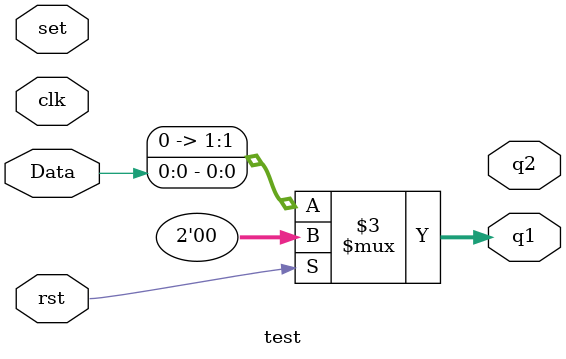
<source format=v>
module test (clk, rst, set, Data, q1, q2);
 input clk, rst, set;
 input Data;
 output [1:0] q1, q2;
 reg [1:0] q1, q2;
 //should be always@(posedge clk or posedge rst)
 always@(clk | rst)
   begin
    if (rst)
      q1 <= 0;
    else
      q1 <= Data;
   end
endmodule

</source>
